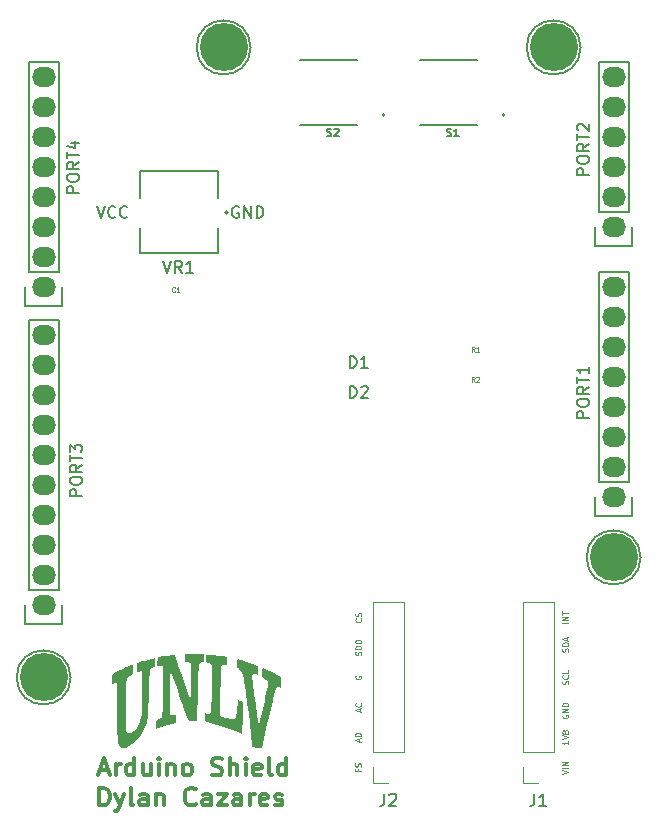
<source format=gbr>
G04 #@! TF.GenerationSoftware,KiCad,Pcbnew,(6.0.5)*
G04 #@! TF.CreationDate,2022-05-09T16:29:05-07:00*
G04 #@! TF.ProjectId,KiCad Project,4b694361-6420-4507-926f-6a6563742e6b,rev?*
G04 #@! TF.SameCoordinates,Original*
G04 #@! TF.FileFunction,Legend,Top*
G04 #@! TF.FilePolarity,Positive*
%FSLAX46Y46*%
G04 Gerber Fmt 4.6, Leading zero omitted, Abs format (unit mm)*
G04 Created by KiCad (PCBNEW (6.0.5)) date 2022-05-09 16:29:05*
%MOMM*%
%LPD*%
G01*
G04 APERTURE LIST*
%ADD10C,0.125000*%
%ADD11C,0.150000*%
%ADD12C,0.300000*%
%ADD13C,0.098425*%
%ADD14C,0.127000*%
%ADD15C,0.200000*%
%ADD16C,0.120000*%
%ADD17O,2.032000X1.727200*%
%ADD18C,4.064000*%
G04 APERTURE END LIST*
D10*
X159436571Y-120098333D02*
X159460380Y-120122142D01*
X159484190Y-120193571D01*
X159484190Y-120241190D01*
X159460380Y-120312619D01*
X159412761Y-120360238D01*
X159365142Y-120384047D01*
X159269904Y-120407857D01*
X159198476Y-120407857D01*
X159103238Y-120384047D01*
X159055619Y-120360238D01*
X159008000Y-120312619D01*
X158984190Y-120241190D01*
X158984190Y-120193571D01*
X159008000Y-120122142D01*
X159031809Y-120098333D01*
X159460380Y-119907857D02*
X159484190Y-119836428D01*
X159484190Y-119717380D01*
X159460380Y-119669761D01*
X159436571Y-119645952D01*
X159388952Y-119622142D01*
X159341333Y-119622142D01*
X159293714Y-119645952D01*
X159269904Y-119669761D01*
X159246095Y-119717380D01*
X159222285Y-119812619D01*
X159198476Y-119860238D01*
X159174666Y-119884047D01*
X159127047Y-119907857D01*
X159079428Y-119907857D01*
X159031809Y-119884047D01*
X159008000Y-119860238D01*
X158984190Y-119812619D01*
X158984190Y-119693571D01*
X159008000Y-119622142D01*
D11*
X149095995Y-85223622D02*
X149000494Y-85175871D01*
X148857244Y-85175871D01*
X148713993Y-85223622D01*
X148618492Y-85319122D01*
X148570742Y-85414623D01*
X148522992Y-85605624D01*
X148522992Y-85748875D01*
X148570742Y-85939876D01*
X148618492Y-86035376D01*
X148713993Y-86130877D01*
X148857244Y-86178627D01*
X148952744Y-86178627D01*
X149095995Y-86130877D01*
X149143745Y-86083127D01*
X149143745Y-85748875D01*
X148952744Y-85748875D01*
X149573498Y-86178627D02*
X149573498Y-85175871D01*
X150146501Y-86178627D01*
X150146501Y-85175871D01*
X150624004Y-86178627D02*
X150624004Y-85175871D01*
X150862756Y-85175871D01*
X151006006Y-85223622D01*
X151101507Y-85319122D01*
X151149257Y-85414623D01*
X151197008Y-85605624D01*
X151197008Y-85748875D01*
X151149257Y-85939876D01*
X151101507Y-86035376D01*
X151006006Y-86130877D01*
X150862756Y-86178627D01*
X150624004Y-86178627D01*
D10*
X159197285Y-132881666D02*
X159197285Y-133048333D01*
X159459190Y-133048333D02*
X158959190Y-133048333D01*
X158959190Y-132810238D01*
X159435380Y-132643571D02*
X159459190Y-132572142D01*
X159459190Y-132453095D01*
X159435380Y-132405476D01*
X159411571Y-132381666D01*
X159363952Y-132357857D01*
X159316333Y-132357857D01*
X159268714Y-132381666D01*
X159244904Y-132405476D01*
X159221095Y-132453095D01*
X159197285Y-132548333D01*
X159173476Y-132595952D01*
X159149666Y-132619761D01*
X159102047Y-132643571D01*
X159054428Y-132643571D01*
X159006809Y-132619761D01*
X158983000Y-132595952D01*
X158959190Y-132548333D01*
X158959190Y-132429285D01*
X158983000Y-132357857D01*
X159460380Y-123185952D02*
X159484190Y-123114523D01*
X159484190Y-122995476D01*
X159460380Y-122947857D01*
X159436571Y-122924047D01*
X159388952Y-122900238D01*
X159341333Y-122900238D01*
X159293714Y-122924047D01*
X159269904Y-122947857D01*
X159246095Y-122995476D01*
X159222285Y-123090714D01*
X159198476Y-123138333D01*
X159174666Y-123162142D01*
X159127047Y-123185952D01*
X159079428Y-123185952D01*
X159031809Y-123162142D01*
X159008000Y-123138333D01*
X158984190Y-123090714D01*
X158984190Y-122971666D01*
X159008000Y-122900238D01*
X159484190Y-122685952D02*
X158984190Y-122685952D01*
X158984190Y-122566904D01*
X159008000Y-122495476D01*
X159055619Y-122447857D01*
X159103238Y-122424047D01*
X159198476Y-122400238D01*
X159269904Y-122400238D01*
X159365142Y-122424047D01*
X159412761Y-122447857D01*
X159460380Y-122495476D01*
X159484190Y-122566904D01*
X159484190Y-122685952D01*
X158984190Y-122090714D02*
X158984190Y-122043095D01*
X159008000Y-121995476D01*
X159031809Y-121971666D01*
X159079428Y-121947857D01*
X159174666Y-121924047D01*
X159293714Y-121924047D01*
X159388952Y-121947857D01*
X159436571Y-121971666D01*
X159460380Y-121995476D01*
X159484190Y-122043095D01*
X159484190Y-122090714D01*
X159460380Y-122138333D01*
X159436571Y-122162142D01*
X159388952Y-122185952D01*
X159293714Y-122209761D01*
X159174666Y-122209761D01*
X159079428Y-122185952D01*
X159031809Y-122162142D01*
X159008000Y-122138333D01*
X158984190Y-122090714D01*
X176534000Y-128269952D02*
X176510190Y-128317571D01*
X176510190Y-128389000D01*
X176534000Y-128460428D01*
X176581619Y-128508047D01*
X176629238Y-128531857D01*
X176724476Y-128555666D01*
X176795904Y-128555666D01*
X176891142Y-128531857D01*
X176938761Y-128508047D01*
X176986380Y-128460428D01*
X177010190Y-128389000D01*
X177010190Y-128341380D01*
X176986380Y-128269952D01*
X176962571Y-128246142D01*
X176795904Y-128246142D01*
X176795904Y-128341380D01*
X177010190Y-128031857D02*
X176510190Y-128031857D01*
X177010190Y-127746142D01*
X176510190Y-127746142D01*
X177010190Y-127508047D02*
X176510190Y-127508047D01*
X176510190Y-127389000D01*
X176534000Y-127317571D01*
X176581619Y-127269952D01*
X176629238Y-127246142D01*
X176724476Y-127222333D01*
X176795904Y-127222333D01*
X176891142Y-127246142D01*
X176938761Y-127269952D01*
X176986380Y-127317571D01*
X177010190Y-127389000D01*
X177010190Y-127508047D01*
X159341333Y-128004047D02*
X159341333Y-127765952D01*
X159484190Y-128051666D02*
X158984190Y-127885000D01*
X159484190Y-127718333D01*
X159436571Y-127265952D02*
X159460380Y-127289761D01*
X159484190Y-127361190D01*
X159484190Y-127408809D01*
X159460380Y-127480238D01*
X159412761Y-127527857D01*
X159365142Y-127551666D01*
X159269904Y-127575476D01*
X159198476Y-127575476D01*
X159103238Y-127551666D01*
X159055619Y-127527857D01*
X159008000Y-127480238D01*
X158984190Y-127408809D01*
X158984190Y-127361190D01*
X159008000Y-127289761D01*
X159031809Y-127265952D01*
X159008000Y-124964047D02*
X158984190Y-125011666D01*
X158984190Y-125083095D01*
X159008000Y-125154523D01*
X159055619Y-125202142D01*
X159103238Y-125225952D01*
X159198476Y-125249761D01*
X159269904Y-125249761D01*
X159365142Y-125225952D01*
X159412761Y-125202142D01*
X159460380Y-125154523D01*
X159484190Y-125083095D01*
X159484190Y-125035476D01*
X159460380Y-124964047D01*
X159436571Y-124940238D01*
X159269904Y-124940238D01*
X159269904Y-125035476D01*
D11*
X137092992Y-85175871D02*
X137427244Y-86178627D01*
X137761496Y-85175871D01*
X138668751Y-86083127D02*
X138621001Y-86130877D01*
X138477750Y-86178627D01*
X138382249Y-86178627D01*
X138238998Y-86130877D01*
X138143498Y-86035376D01*
X138095748Y-85939876D01*
X138047997Y-85748875D01*
X138047997Y-85605624D01*
X138095748Y-85414623D01*
X138143498Y-85319122D01*
X138238998Y-85223622D01*
X138382249Y-85175871D01*
X138477750Y-85175871D01*
X138621001Y-85223622D01*
X138668751Y-85271372D01*
X139671507Y-86083127D02*
X139623757Y-86130877D01*
X139480506Y-86178627D01*
X139385005Y-86178627D01*
X139241754Y-86130877D01*
X139146254Y-86035376D01*
X139098504Y-85939876D01*
X139050753Y-85748875D01*
X139050753Y-85605624D01*
X139098504Y-85414623D01*
X139146254Y-85319122D01*
X139241754Y-85223622D01*
X139385005Y-85175871D01*
X139480506Y-85175871D01*
X139623757Y-85223622D01*
X139671507Y-85271372D01*
D10*
X176510190Y-133262619D02*
X177010190Y-133095952D01*
X176510190Y-132929285D01*
X177010190Y-132762619D02*
X176510190Y-132762619D01*
X177010190Y-132524523D02*
X176510190Y-132524523D01*
X177010190Y-132238809D01*
X176510190Y-132238809D01*
X177010190Y-130484523D02*
X177010190Y-130770238D01*
X177010190Y-130627380D02*
X176510190Y-130627380D01*
X176581619Y-130675000D01*
X176629238Y-130722619D01*
X176653047Y-130770238D01*
X176510190Y-130341666D02*
X177010190Y-130175000D01*
X176510190Y-130008333D01*
X176724476Y-129770238D02*
X176700666Y-129817857D01*
X176676857Y-129841666D01*
X176629238Y-129865476D01*
X176605428Y-129865476D01*
X176557809Y-129841666D01*
X176534000Y-129817857D01*
X176510190Y-129770238D01*
X176510190Y-129675000D01*
X176534000Y-129627380D01*
X176557809Y-129603571D01*
X176605428Y-129579761D01*
X176629238Y-129579761D01*
X176676857Y-129603571D01*
X176700666Y-129627380D01*
X176724476Y-129675000D01*
X176724476Y-129770238D01*
X176748285Y-129817857D01*
X176772095Y-129841666D01*
X176819714Y-129865476D01*
X176914952Y-129865476D01*
X176962571Y-129841666D01*
X176986380Y-129817857D01*
X177010190Y-129770238D01*
X177010190Y-129675000D01*
X176986380Y-129627380D01*
X176962571Y-129603571D01*
X176914952Y-129579761D01*
X176819714Y-129579761D01*
X176772095Y-129603571D01*
X176748285Y-129627380D01*
X176724476Y-129675000D01*
X176986380Y-125690238D02*
X177010190Y-125618809D01*
X177010190Y-125499761D01*
X176986380Y-125452142D01*
X176962571Y-125428333D01*
X176914952Y-125404523D01*
X176867333Y-125404523D01*
X176819714Y-125428333D01*
X176795904Y-125452142D01*
X176772095Y-125499761D01*
X176748285Y-125595000D01*
X176724476Y-125642619D01*
X176700666Y-125666428D01*
X176653047Y-125690238D01*
X176605428Y-125690238D01*
X176557809Y-125666428D01*
X176534000Y-125642619D01*
X176510190Y-125595000D01*
X176510190Y-125475952D01*
X176534000Y-125404523D01*
X176962571Y-124904523D02*
X176986380Y-124928333D01*
X177010190Y-124999761D01*
X177010190Y-125047380D01*
X176986380Y-125118809D01*
X176938761Y-125166428D01*
X176891142Y-125190238D01*
X176795904Y-125214047D01*
X176724476Y-125214047D01*
X176629238Y-125190238D01*
X176581619Y-125166428D01*
X176534000Y-125118809D01*
X176510190Y-125047380D01*
X176510190Y-124999761D01*
X176534000Y-124928333D01*
X176557809Y-124904523D01*
X177010190Y-124452142D02*
X177010190Y-124690238D01*
X176510190Y-124690238D01*
X176986380Y-122908142D02*
X177010190Y-122836714D01*
X177010190Y-122717666D01*
X176986380Y-122670047D01*
X176962571Y-122646238D01*
X176914952Y-122622428D01*
X176867333Y-122622428D01*
X176819714Y-122646238D01*
X176795904Y-122670047D01*
X176772095Y-122717666D01*
X176748285Y-122812904D01*
X176724476Y-122860523D01*
X176700666Y-122884333D01*
X176653047Y-122908142D01*
X176605428Y-122908142D01*
X176557809Y-122884333D01*
X176534000Y-122860523D01*
X176510190Y-122812904D01*
X176510190Y-122693857D01*
X176534000Y-122622428D01*
X177010190Y-122408142D02*
X176510190Y-122408142D01*
X176510190Y-122289095D01*
X176534000Y-122217666D01*
X176581619Y-122170047D01*
X176629238Y-122146238D01*
X176724476Y-122122428D01*
X176795904Y-122122428D01*
X176891142Y-122146238D01*
X176938761Y-122170047D01*
X176986380Y-122217666D01*
X177010190Y-122289095D01*
X177010190Y-122408142D01*
X176867333Y-121931952D02*
X176867333Y-121693857D01*
X177010190Y-121979571D02*
X176510190Y-121812904D01*
X177010190Y-121646238D01*
X159316333Y-130544047D02*
X159316333Y-130305952D01*
X159459190Y-130591666D02*
X158959190Y-130425000D01*
X159459190Y-130258333D01*
X159459190Y-130091666D02*
X158959190Y-130091666D01*
X158959190Y-129972619D01*
X158983000Y-129901190D01*
X159030619Y-129853571D01*
X159078238Y-129829761D01*
X159173476Y-129805952D01*
X159244904Y-129805952D01*
X159340142Y-129829761D01*
X159387761Y-129853571D01*
X159435380Y-129901190D01*
X159459190Y-129972619D01*
X159459190Y-130091666D01*
D12*
X137359428Y-132965000D02*
X138073714Y-132965000D01*
X137216571Y-133393571D02*
X137716571Y-131893571D01*
X138216571Y-133393571D01*
X138716571Y-133393571D02*
X138716571Y-132393571D01*
X138716571Y-132679285D02*
X138788000Y-132536428D01*
X138859428Y-132465000D01*
X139002285Y-132393571D01*
X139145142Y-132393571D01*
X140288000Y-133393571D02*
X140288000Y-131893571D01*
X140288000Y-133322142D02*
X140145142Y-133393571D01*
X139859428Y-133393571D01*
X139716571Y-133322142D01*
X139645142Y-133250714D01*
X139573714Y-133107857D01*
X139573714Y-132679285D01*
X139645142Y-132536428D01*
X139716571Y-132465000D01*
X139859428Y-132393571D01*
X140145142Y-132393571D01*
X140288000Y-132465000D01*
X141645142Y-132393571D02*
X141645142Y-133393571D01*
X141002285Y-132393571D02*
X141002285Y-133179285D01*
X141073714Y-133322142D01*
X141216571Y-133393571D01*
X141430857Y-133393571D01*
X141573714Y-133322142D01*
X141645142Y-133250714D01*
X142359428Y-133393571D02*
X142359428Y-132393571D01*
X142359428Y-131893571D02*
X142288000Y-131965000D01*
X142359428Y-132036428D01*
X142430857Y-131965000D01*
X142359428Y-131893571D01*
X142359428Y-132036428D01*
X143073714Y-132393571D02*
X143073714Y-133393571D01*
X143073714Y-132536428D02*
X143145142Y-132465000D01*
X143288000Y-132393571D01*
X143502285Y-132393571D01*
X143645142Y-132465000D01*
X143716571Y-132607857D01*
X143716571Y-133393571D01*
X144645142Y-133393571D02*
X144502285Y-133322142D01*
X144430857Y-133250714D01*
X144359428Y-133107857D01*
X144359428Y-132679285D01*
X144430857Y-132536428D01*
X144502285Y-132465000D01*
X144645142Y-132393571D01*
X144859428Y-132393571D01*
X145002285Y-132465000D01*
X145073714Y-132536428D01*
X145145142Y-132679285D01*
X145145142Y-133107857D01*
X145073714Y-133250714D01*
X145002285Y-133322142D01*
X144859428Y-133393571D01*
X144645142Y-133393571D01*
X146859428Y-133322142D02*
X147073714Y-133393571D01*
X147430857Y-133393571D01*
X147573714Y-133322142D01*
X147645142Y-133250714D01*
X147716571Y-133107857D01*
X147716571Y-132965000D01*
X147645142Y-132822142D01*
X147573714Y-132750714D01*
X147430857Y-132679285D01*
X147145142Y-132607857D01*
X147002285Y-132536428D01*
X146930857Y-132465000D01*
X146859428Y-132322142D01*
X146859428Y-132179285D01*
X146930857Y-132036428D01*
X147002285Y-131965000D01*
X147145142Y-131893571D01*
X147502285Y-131893571D01*
X147716571Y-131965000D01*
X148359428Y-133393571D02*
X148359428Y-131893571D01*
X149002285Y-133393571D02*
X149002285Y-132607857D01*
X148930857Y-132465000D01*
X148788000Y-132393571D01*
X148573714Y-132393571D01*
X148430857Y-132465000D01*
X148359428Y-132536428D01*
X149716571Y-133393571D02*
X149716571Y-132393571D01*
X149716571Y-131893571D02*
X149645142Y-131965000D01*
X149716571Y-132036428D01*
X149788000Y-131965000D01*
X149716571Y-131893571D01*
X149716571Y-132036428D01*
X151002285Y-133322142D02*
X150859428Y-133393571D01*
X150573714Y-133393571D01*
X150430857Y-133322142D01*
X150359428Y-133179285D01*
X150359428Y-132607857D01*
X150430857Y-132465000D01*
X150573714Y-132393571D01*
X150859428Y-132393571D01*
X151002285Y-132465000D01*
X151073714Y-132607857D01*
X151073714Y-132750714D01*
X150359428Y-132893571D01*
X151930857Y-133393571D02*
X151788000Y-133322142D01*
X151716571Y-133179285D01*
X151716571Y-131893571D01*
X153145142Y-133393571D02*
X153145142Y-131893571D01*
X153145142Y-133322142D02*
X153002285Y-133393571D01*
X152716571Y-133393571D01*
X152573714Y-133322142D01*
X152502285Y-133250714D01*
X152430857Y-133107857D01*
X152430857Y-132679285D01*
X152502285Y-132536428D01*
X152573714Y-132465000D01*
X152716571Y-132393571D01*
X153002285Y-132393571D01*
X153145142Y-132465000D01*
X137319714Y-135933571D02*
X137319714Y-134433571D01*
X137676857Y-134433571D01*
X137891142Y-134505000D01*
X138034000Y-134647857D01*
X138105428Y-134790714D01*
X138176857Y-135076428D01*
X138176857Y-135290714D01*
X138105428Y-135576428D01*
X138034000Y-135719285D01*
X137891142Y-135862142D01*
X137676857Y-135933571D01*
X137319714Y-135933571D01*
X138676857Y-134933571D02*
X139034000Y-135933571D01*
X139391142Y-134933571D02*
X139034000Y-135933571D01*
X138891142Y-136290714D01*
X138819714Y-136362142D01*
X138676857Y-136433571D01*
X140176857Y-135933571D02*
X140034000Y-135862142D01*
X139962571Y-135719285D01*
X139962571Y-134433571D01*
X141391142Y-135933571D02*
X141391142Y-135147857D01*
X141319714Y-135005000D01*
X141176857Y-134933571D01*
X140891142Y-134933571D01*
X140748285Y-135005000D01*
X141391142Y-135862142D02*
X141248285Y-135933571D01*
X140891142Y-135933571D01*
X140748285Y-135862142D01*
X140676857Y-135719285D01*
X140676857Y-135576428D01*
X140748285Y-135433571D01*
X140891142Y-135362142D01*
X141248285Y-135362142D01*
X141391142Y-135290714D01*
X142105428Y-134933571D02*
X142105428Y-135933571D01*
X142105428Y-135076428D02*
X142176857Y-135005000D01*
X142319714Y-134933571D01*
X142534000Y-134933571D01*
X142676857Y-135005000D01*
X142748285Y-135147857D01*
X142748285Y-135933571D01*
X145462571Y-135790714D02*
X145391142Y-135862142D01*
X145176857Y-135933571D01*
X145034000Y-135933571D01*
X144819714Y-135862142D01*
X144676857Y-135719285D01*
X144605428Y-135576428D01*
X144534000Y-135290714D01*
X144534000Y-135076428D01*
X144605428Y-134790714D01*
X144676857Y-134647857D01*
X144819714Y-134505000D01*
X145034000Y-134433571D01*
X145176857Y-134433571D01*
X145391142Y-134505000D01*
X145462571Y-134576428D01*
X146748285Y-135933571D02*
X146748285Y-135147857D01*
X146676857Y-135005000D01*
X146534000Y-134933571D01*
X146248285Y-134933571D01*
X146105428Y-135005000D01*
X146748285Y-135862142D02*
X146605428Y-135933571D01*
X146248285Y-135933571D01*
X146105428Y-135862142D01*
X146034000Y-135719285D01*
X146034000Y-135576428D01*
X146105428Y-135433571D01*
X146248285Y-135362142D01*
X146605428Y-135362142D01*
X146748285Y-135290714D01*
X147319714Y-134933571D02*
X148105428Y-134933571D01*
X147319714Y-135933571D01*
X148105428Y-135933571D01*
X149319714Y-135933571D02*
X149319714Y-135147857D01*
X149248285Y-135005000D01*
X149105428Y-134933571D01*
X148819714Y-134933571D01*
X148676857Y-135005000D01*
X149319714Y-135862142D02*
X149176857Y-135933571D01*
X148819714Y-135933571D01*
X148676857Y-135862142D01*
X148605428Y-135719285D01*
X148605428Y-135576428D01*
X148676857Y-135433571D01*
X148819714Y-135362142D01*
X149176857Y-135362142D01*
X149319714Y-135290714D01*
X150034000Y-135933571D02*
X150034000Y-134933571D01*
X150034000Y-135219285D02*
X150105428Y-135076428D01*
X150176857Y-135005000D01*
X150319714Y-134933571D01*
X150462571Y-134933571D01*
X151534000Y-135862142D02*
X151391142Y-135933571D01*
X151105428Y-135933571D01*
X150962571Y-135862142D01*
X150891142Y-135719285D01*
X150891142Y-135147857D01*
X150962571Y-135005000D01*
X151105428Y-134933571D01*
X151391142Y-134933571D01*
X151534000Y-135005000D01*
X151605428Y-135147857D01*
X151605428Y-135290714D01*
X150891142Y-135433571D01*
X152176857Y-135862142D02*
X152319714Y-135933571D01*
X152605428Y-135933571D01*
X152748285Y-135862142D01*
X152819714Y-135719285D01*
X152819714Y-135647857D01*
X152748285Y-135505000D01*
X152605428Y-135433571D01*
X152391142Y-135433571D01*
X152248285Y-135362142D01*
X152176857Y-135219285D01*
X152176857Y-135147857D01*
X152248285Y-135005000D01*
X152391142Y-134933571D01*
X152605428Y-134933571D01*
X152748285Y-135005000D01*
D10*
X177010190Y-120467380D02*
X176510190Y-120467380D01*
X177010190Y-120229285D02*
X176510190Y-120229285D01*
X177010190Y-119943571D01*
X176510190Y-119943571D01*
X176510190Y-119776904D02*
X176510190Y-119491190D01*
X177010190Y-119634047D02*
X176510190Y-119634047D01*
D11*
G04 #@! TO.C,PORT1*
X178760380Y-103107857D02*
X177760380Y-103107857D01*
X177760380Y-102726904D01*
X177808000Y-102631666D01*
X177855619Y-102584047D01*
X177950857Y-102536428D01*
X178093714Y-102536428D01*
X178188952Y-102584047D01*
X178236571Y-102631666D01*
X178284190Y-102726904D01*
X178284190Y-103107857D01*
X177760380Y-101917380D02*
X177760380Y-101726904D01*
X177808000Y-101631666D01*
X177903238Y-101536428D01*
X178093714Y-101488809D01*
X178427047Y-101488809D01*
X178617523Y-101536428D01*
X178712761Y-101631666D01*
X178760380Y-101726904D01*
X178760380Y-101917380D01*
X178712761Y-102012619D01*
X178617523Y-102107857D01*
X178427047Y-102155476D01*
X178093714Y-102155476D01*
X177903238Y-102107857D01*
X177808000Y-102012619D01*
X177760380Y-101917380D01*
X178760380Y-100488809D02*
X178284190Y-100822142D01*
X178760380Y-101060238D02*
X177760380Y-101060238D01*
X177760380Y-100679285D01*
X177808000Y-100584047D01*
X177855619Y-100536428D01*
X177950857Y-100488809D01*
X178093714Y-100488809D01*
X178188952Y-100536428D01*
X178236571Y-100584047D01*
X178284190Y-100679285D01*
X178284190Y-101060238D01*
X177760380Y-100203095D02*
X177760380Y-99631666D01*
X178760380Y-99917380D02*
X177760380Y-99917380D01*
X178760380Y-98774523D02*
X178760380Y-99345952D01*
X178760380Y-99060238D02*
X177760380Y-99060238D01*
X177903238Y-99155476D01*
X177998476Y-99250714D01*
X178046095Y-99345952D01*
G04 #@! TO.C,PORT2*
X178760380Y-82533857D02*
X177760380Y-82533857D01*
X177760380Y-82152904D01*
X177808000Y-82057666D01*
X177855619Y-82010047D01*
X177950857Y-81962428D01*
X178093714Y-81962428D01*
X178188952Y-82010047D01*
X178236571Y-82057666D01*
X178284190Y-82152904D01*
X178284190Y-82533857D01*
X177760380Y-81343380D02*
X177760380Y-81152904D01*
X177808000Y-81057666D01*
X177903238Y-80962428D01*
X178093714Y-80914809D01*
X178427047Y-80914809D01*
X178617523Y-80962428D01*
X178712761Y-81057666D01*
X178760380Y-81152904D01*
X178760380Y-81343380D01*
X178712761Y-81438619D01*
X178617523Y-81533857D01*
X178427047Y-81581476D01*
X178093714Y-81581476D01*
X177903238Y-81533857D01*
X177808000Y-81438619D01*
X177760380Y-81343380D01*
X178760380Y-79914809D02*
X178284190Y-80248142D01*
X178760380Y-80486238D02*
X177760380Y-80486238D01*
X177760380Y-80105285D01*
X177808000Y-80010047D01*
X177855619Y-79962428D01*
X177950857Y-79914809D01*
X178093714Y-79914809D01*
X178188952Y-79962428D01*
X178236571Y-80010047D01*
X178284190Y-80105285D01*
X178284190Y-80486238D01*
X177760380Y-79629095D02*
X177760380Y-79057666D01*
X178760380Y-79343380D02*
X177760380Y-79343380D01*
X177855619Y-78771952D02*
X177808000Y-78724333D01*
X177760380Y-78629095D01*
X177760380Y-78391000D01*
X177808000Y-78295761D01*
X177855619Y-78248142D01*
X177950857Y-78200523D01*
X178046095Y-78200523D01*
X178188952Y-78248142D01*
X178760380Y-78819571D01*
X178760380Y-78200523D01*
G04 #@! TO.C,PORT3*
X135834380Y-109711857D02*
X134834380Y-109711857D01*
X134834380Y-109330904D01*
X134882000Y-109235666D01*
X134929619Y-109188047D01*
X135024857Y-109140428D01*
X135167714Y-109140428D01*
X135262952Y-109188047D01*
X135310571Y-109235666D01*
X135358190Y-109330904D01*
X135358190Y-109711857D01*
X134834380Y-108521380D02*
X134834380Y-108330904D01*
X134882000Y-108235666D01*
X134977238Y-108140428D01*
X135167714Y-108092809D01*
X135501047Y-108092809D01*
X135691523Y-108140428D01*
X135786761Y-108235666D01*
X135834380Y-108330904D01*
X135834380Y-108521380D01*
X135786761Y-108616619D01*
X135691523Y-108711857D01*
X135501047Y-108759476D01*
X135167714Y-108759476D01*
X134977238Y-108711857D01*
X134882000Y-108616619D01*
X134834380Y-108521380D01*
X135834380Y-107092809D02*
X135358190Y-107426142D01*
X135834380Y-107664238D02*
X134834380Y-107664238D01*
X134834380Y-107283285D01*
X134882000Y-107188047D01*
X134929619Y-107140428D01*
X135024857Y-107092809D01*
X135167714Y-107092809D01*
X135262952Y-107140428D01*
X135310571Y-107188047D01*
X135358190Y-107283285D01*
X135358190Y-107664238D01*
X134834380Y-106807095D02*
X134834380Y-106235666D01*
X135834380Y-106521380D02*
X134834380Y-106521380D01*
X134834380Y-105997571D02*
X134834380Y-105378523D01*
X135215333Y-105711857D01*
X135215333Y-105569000D01*
X135262952Y-105473761D01*
X135310571Y-105426142D01*
X135405809Y-105378523D01*
X135643904Y-105378523D01*
X135739142Y-105426142D01*
X135786761Y-105473761D01*
X135834380Y-105569000D01*
X135834380Y-105854714D01*
X135786761Y-105949952D01*
X135739142Y-105997571D01*
G04 #@! TO.C,PORT4*
X135580380Y-84057857D02*
X134580380Y-84057857D01*
X134580380Y-83676904D01*
X134628000Y-83581666D01*
X134675619Y-83534047D01*
X134770857Y-83486428D01*
X134913714Y-83486428D01*
X135008952Y-83534047D01*
X135056571Y-83581666D01*
X135104190Y-83676904D01*
X135104190Y-84057857D01*
X134580380Y-82867380D02*
X134580380Y-82676904D01*
X134628000Y-82581666D01*
X134723238Y-82486428D01*
X134913714Y-82438809D01*
X135247047Y-82438809D01*
X135437523Y-82486428D01*
X135532761Y-82581666D01*
X135580380Y-82676904D01*
X135580380Y-82867380D01*
X135532761Y-82962619D01*
X135437523Y-83057857D01*
X135247047Y-83105476D01*
X134913714Y-83105476D01*
X134723238Y-83057857D01*
X134628000Y-82962619D01*
X134580380Y-82867380D01*
X135580380Y-81438809D02*
X135104190Y-81772142D01*
X135580380Y-82010238D02*
X134580380Y-82010238D01*
X134580380Y-81629285D01*
X134628000Y-81534047D01*
X134675619Y-81486428D01*
X134770857Y-81438809D01*
X134913714Y-81438809D01*
X135008952Y-81486428D01*
X135056571Y-81534047D01*
X135104190Y-81629285D01*
X135104190Y-82010238D01*
X134580380Y-81153095D02*
X134580380Y-80581666D01*
X135580380Y-80867380D02*
X134580380Y-80867380D01*
X134913714Y-79819761D02*
X135580380Y-79819761D01*
X134532761Y-80057857D02*
X135247047Y-80295952D01*
X135247047Y-79676904D01*
G04 #@! TO.C,VR1*
X142704867Y-89823661D02*
X143039119Y-90826417D01*
X143373371Y-89823661D01*
X144280626Y-90826417D02*
X143946374Y-90348914D01*
X143707623Y-90826417D02*
X143707623Y-89823661D01*
X144089625Y-89823661D01*
X144185126Y-89871412D01*
X144232876Y-89919162D01*
X144280626Y-90014662D01*
X144280626Y-90157913D01*
X144232876Y-90253414D01*
X144185126Y-90301164D01*
X144089625Y-90348914D01*
X143707623Y-90348914D01*
X145235632Y-90826417D02*
X144662628Y-90826417D01*
X144949130Y-90826417D02*
X144949130Y-89823661D01*
X144853630Y-89966912D01*
X144758129Y-90062413D01*
X144662628Y-90110163D01*
D13*
G04 #@! TO.C,C1*
X143712383Y-92415607D02*
X143693635Y-92434355D01*
X143637392Y-92453102D01*
X143599897Y-92453102D01*
X143543654Y-92434355D01*
X143506158Y-92396859D01*
X143487411Y-92359364D01*
X143468663Y-92284373D01*
X143468663Y-92228130D01*
X143487411Y-92153140D01*
X143506158Y-92115644D01*
X143543654Y-92078149D01*
X143599897Y-92059401D01*
X143637392Y-92059401D01*
X143693635Y-92078149D01*
X143712383Y-92096897D01*
X144087336Y-92453102D02*
X143862364Y-92453102D01*
X143974850Y-92453102D02*
X143974850Y-92059401D01*
X143937355Y-92115644D01*
X143899859Y-92153140D01*
X143862364Y-92171887D01*
G04 #@! TO.C,R1*
X169092383Y-97503102D02*
X168961149Y-97315626D01*
X168867411Y-97503102D02*
X168867411Y-97109401D01*
X169017392Y-97109401D01*
X169054887Y-97128149D01*
X169073635Y-97146897D01*
X169092383Y-97184392D01*
X169092383Y-97240635D01*
X169073635Y-97278130D01*
X169054887Y-97296878D01*
X169017392Y-97315626D01*
X168867411Y-97315626D01*
X169467336Y-97503102D02*
X169242364Y-97503102D01*
X169354850Y-97503102D02*
X169354850Y-97109401D01*
X169317355Y-97165644D01*
X169279859Y-97203140D01*
X169242364Y-97221887D01*
D11*
G04 #@! TO.C,D2*
X158518085Y-101418496D02*
X158518085Y-100416031D01*
X158756767Y-100416031D01*
X158899976Y-100463767D01*
X158995449Y-100559240D01*
X159043186Y-100654713D01*
X159090922Y-100845658D01*
X159090922Y-100988868D01*
X159043186Y-101179813D01*
X158995449Y-101275286D01*
X158899976Y-101370759D01*
X158756767Y-101418496D01*
X158518085Y-101418496D01*
X159472813Y-100511503D02*
X159520550Y-100463767D01*
X159616023Y-100416031D01*
X159854705Y-100416031D01*
X159950178Y-100463767D01*
X159997914Y-100511503D01*
X160045651Y-100606976D01*
X160045651Y-100702449D01*
X159997914Y-100845658D01*
X159425077Y-101418496D01*
X160045651Y-101418496D01*
G04 #@! TO.C,J2*
X161439666Y-134937380D02*
X161439666Y-135651666D01*
X161392047Y-135794523D01*
X161296809Y-135889761D01*
X161153952Y-135937380D01*
X161058714Y-135937380D01*
X161868238Y-135032619D02*
X161915857Y-134985000D01*
X162011095Y-134937380D01*
X162249190Y-134937380D01*
X162344428Y-134985000D01*
X162392047Y-135032619D01*
X162439666Y-135127857D01*
X162439666Y-135223095D01*
X162392047Y-135365952D01*
X161820619Y-135937380D01*
X162439666Y-135937380D01*
G04 #@! TO.C,D1*
X158518085Y-98878496D02*
X158518085Y-97876031D01*
X158756767Y-97876031D01*
X158899976Y-97923767D01*
X158995449Y-98019240D01*
X159043186Y-98114713D01*
X159090922Y-98305658D01*
X159090922Y-98448868D01*
X159043186Y-98639813D01*
X158995449Y-98735286D01*
X158899976Y-98830759D01*
X158756767Y-98878496D01*
X158518085Y-98878496D01*
X160045651Y-98878496D02*
X159472813Y-98878496D01*
X159759232Y-98878496D02*
X159759232Y-97876031D01*
X159663759Y-98019240D01*
X159568286Y-98114713D01*
X159472813Y-98162449D01*
D13*
G04 #@! TO.C,R2*
X169092383Y-100043102D02*
X168961149Y-99855626D01*
X168867411Y-100043102D02*
X168867411Y-99649401D01*
X169017392Y-99649401D01*
X169054887Y-99668149D01*
X169073635Y-99686897D01*
X169092383Y-99724392D01*
X169092383Y-99780635D01*
X169073635Y-99818130D01*
X169054887Y-99836878D01*
X169017392Y-99855626D01*
X168867411Y-99855626D01*
X169242364Y-99686897D02*
X169261112Y-99668149D01*
X169298607Y-99649401D01*
X169392345Y-99649401D01*
X169429841Y-99668149D01*
X169448588Y-99686897D01*
X169467336Y-99724392D01*
X169467336Y-99761887D01*
X169448588Y-99818130D01*
X169223616Y-100043102D01*
X169467336Y-100043102D01*
D11*
G04 #@! TO.C,S2*
X156598380Y-79230447D02*
X156689809Y-79260923D01*
X156842190Y-79260923D01*
X156903142Y-79230447D01*
X156933619Y-79199971D01*
X156964095Y-79139019D01*
X156964095Y-79078066D01*
X156933619Y-79017114D01*
X156903142Y-78986638D01*
X156842190Y-78956161D01*
X156720285Y-78925685D01*
X156659333Y-78895209D01*
X156628857Y-78864733D01*
X156598380Y-78803780D01*
X156598380Y-78742828D01*
X156628857Y-78681876D01*
X156659333Y-78651400D01*
X156720285Y-78620923D01*
X156872666Y-78620923D01*
X156964095Y-78651400D01*
X157207904Y-78681876D02*
X157238380Y-78651400D01*
X157299333Y-78620923D01*
X157451714Y-78620923D01*
X157512666Y-78651400D01*
X157543142Y-78681876D01*
X157573619Y-78742828D01*
X157573619Y-78803780D01*
X157543142Y-78895209D01*
X157177428Y-79260923D01*
X157573619Y-79260923D01*
G04 #@! TO.C,J1*
X174139666Y-134937380D02*
X174139666Y-135651666D01*
X174092047Y-135794523D01*
X173996809Y-135889761D01*
X173853952Y-135937380D01*
X173758714Y-135937380D01*
X175139666Y-135937380D02*
X174568238Y-135937380D01*
X174853952Y-135937380D02*
X174853952Y-134937380D01*
X174758714Y-135080238D01*
X174663476Y-135175476D01*
X174568238Y-135223095D01*
G04 #@! TO.C,S1*
X166758380Y-79230447D02*
X166849809Y-79260923D01*
X167002190Y-79260923D01*
X167063142Y-79230447D01*
X167093619Y-79199971D01*
X167124095Y-79139019D01*
X167124095Y-79078066D01*
X167093619Y-79017114D01*
X167063142Y-78986638D01*
X167002190Y-78956161D01*
X166880285Y-78925685D01*
X166819333Y-78895209D01*
X166788857Y-78864733D01*
X166758380Y-78803780D01*
X166758380Y-78742828D01*
X166788857Y-78681876D01*
X166819333Y-78651400D01*
X166880285Y-78620923D01*
X167032666Y-78620923D01*
X167124095Y-78651400D01*
X167733619Y-79260923D02*
X167367904Y-79260923D01*
X167550761Y-79260923D02*
X167550761Y-78620923D01*
X167489809Y-78712352D01*
X167428857Y-78773304D01*
X167367904Y-78803780D01*
G04 #@! TO.C,PORT1*
X182118000Y-90805000D02*
X179578000Y-90805000D01*
X182118000Y-108585000D02*
X182118000Y-90805000D01*
X179578000Y-90805000D02*
X179578000Y-108585000D01*
X179298000Y-109855000D02*
X179298000Y-111405000D01*
X179298000Y-111405000D02*
X182398000Y-111405000D01*
X182398000Y-111405000D02*
X182398000Y-109855000D01*
X182118000Y-108585000D02*
X179578000Y-108585000D01*
G04 #@! TO.C,PORT2*
X182118000Y-85725000D02*
X179578000Y-85725000D01*
X179298000Y-86995000D02*
X179298000Y-88545000D01*
X179578000Y-73025000D02*
X179578000Y-85725000D01*
X182118000Y-85725000D02*
X182118000Y-73025000D01*
X182118000Y-73025000D02*
X179578000Y-73025000D01*
X179298000Y-88545000D02*
X182398000Y-88545000D01*
X182398000Y-88545000D02*
X182398000Y-86995000D01*
G04 #@! TO.C,PORT3*
X131038000Y-120549000D02*
X134138000Y-120549000D01*
X133858000Y-117729000D02*
X133858000Y-94869000D01*
X133858000Y-94869000D02*
X131318000Y-94869000D01*
X131318000Y-94869000D02*
X131318000Y-117729000D01*
X131038000Y-118999000D02*
X131038000Y-120549000D01*
X134138000Y-120549000D02*
X134138000Y-118999000D01*
X133858000Y-117729000D02*
X131318000Y-117729000D01*
G04 #@! TO.C,PORT4*
X131318000Y-73025000D02*
X131318000Y-90805000D01*
X134138000Y-93625000D02*
X134138000Y-92075000D01*
X133858000Y-90805000D02*
X133858000Y-73025000D01*
X133858000Y-90805000D02*
X131318000Y-90805000D01*
X131038000Y-92075000D02*
X131038000Y-93625000D01*
X133858000Y-73025000D02*
X131318000Y-73025000D01*
X131038000Y-93625000D02*
X134138000Y-93625000D01*
G04 #@! TO.C,P5*
X183134000Y-114935000D02*
G75*
G03*
X183134000Y-114935000I-2286000J0D01*
G01*
G04 #@! TO.C,P6*
X178054000Y-71755000D02*
G75*
G03*
X178054000Y-71755000I-2286000J0D01*
G01*
G04 #@! TO.C,P7*
X134874000Y-125095000D02*
G75*
G03*
X134874000Y-125095000I-2286000J0D01*
G01*
G04 #@! TO.C,P8*
X150114000Y-71755000D02*
G75*
G03*
X150114000Y-71755000I-2286000J0D01*
G01*
D14*
G04 #@! TO.C,VR1*
X147318000Y-87030000D02*
X147318000Y-89195000D01*
X140718000Y-82195000D02*
X147318000Y-82195000D01*
X140718000Y-84490000D02*
X140718000Y-82205000D01*
X147318000Y-89195000D02*
X140718000Y-89195000D01*
X147318000Y-82205000D02*
X147318000Y-84490000D01*
X140718000Y-89195000D02*
X140718000Y-87030000D01*
D15*
X148182000Y-85725000D02*
G75*
G03*
X148182000Y-85725000I-100000J0D01*
G01*
D16*
G04 #@! TO.C,J2*
X160443000Y-134045000D02*
X160443000Y-132715000D01*
X163103000Y-118685000D02*
X160443000Y-118685000D01*
X161773000Y-134045000D02*
X160443000Y-134045000D01*
X163103000Y-131445000D02*
X163103000Y-118685000D01*
X163103000Y-131445000D02*
X160443000Y-131445000D01*
X160443000Y-131445000D02*
X160443000Y-118685000D01*
G04 #@! TO.C,G\u002A\u002A\u002A*
G36*
X146183047Y-123464500D02*
G01*
X146168233Y-123802000D01*
X145977918Y-123817663D01*
X145833288Y-123847791D01*
X145757812Y-123917239D01*
X145746404Y-123942663D01*
X145734968Y-124018997D01*
X145722602Y-124181883D01*
X145709918Y-124417887D01*
X145697524Y-124713574D01*
X145686032Y-125055508D01*
X145676050Y-125430254D01*
X145673336Y-125552000D01*
X145663689Y-125984666D01*
X145652858Y-126434147D01*
X145641468Y-126876819D01*
X145630148Y-127289059D01*
X145619522Y-127647241D01*
X145610693Y-127914500D01*
X145579918Y-128777000D01*
X145222794Y-128776420D01*
X144865669Y-128775840D01*
X144522093Y-127813920D01*
X144397530Y-127464738D01*
X144251044Y-127053398D01*
X144094067Y-126612039D01*
X143938029Y-126172802D01*
X143794358Y-125767827D01*
X143772845Y-125707124D01*
X143640375Y-125337364D01*
X143535909Y-125055775D01*
X143456489Y-124855420D01*
X143399155Y-124729364D01*
X143360946Y-124670673D01*
X143338903Y-124672411D01*
X143335397Y-124682124D01*
X143325128Y-124768349D01*
X143315020Y-124939436D01*
X143305306Y-125180245D01*
X143296219Y-125475638D01*
X143287992Y-125810477D01*
X143280857Y-126169621D01*
X143275049Y-126537934D01*
X143270800Y-126900275D01*
X143268343Y-127241506D01*
X143267912Y-127546489D01*
X143269739Y-127800085D01*
X143274058Y-127987155D01*
X143281101Y-128092560D01*
X143282743Y-128102000D01*
X143310037Y-128192711D01*
X143359406Y-128235350D01*
X143461301Y-128245958D01*
X143552137Y-128243904D01*
X143788549Y-128235809D01*
X143788549Y-128916044D01*
X143375235Y-129027345D01*
X143113225Y-129102485D01*
X142819953Y-129193493D01*
X142557916Y-129280959D01*
X142552618Y-129282822D01*
X142364910Y-129347835D01*
X142215200Y-129397616D01*
X142126994Y-129424434D01*
X142114255Y-129427000D01*
X142095695Y-129382790D01*
X142086121Y-129273181D01*
X142085747Y-129239500D01*
X142093953Y-128997149D01*
X142123468Y-128832063D01*
X142184185Y-128722156D01*
X142285995Y-128645343D01*
X142369190Y-128606666D01*
X142533830Y-128515841D01*
X142630461Y-128413907D01*
X142638042Y-128397376D01*
X142648496Y-128323258D01*
X142659779Y-128160389D01*
X142671480Y-127920009D01*
X142683188Y-127613358D01*
X142694490Y-127251678D01*
X142704977Y-126846209D01*
X142714236Y-126408192D01*
X142717540Y-126224283D01*
X142726597Y-125701161D01*
X142733476Y-125269503D01*
X142736985Y-124920776D01*
X142735929Y-124646450D01*
X142729114Y-124437993D01*
X142715345Y-124286872D01*
X142693429Y-124184556D01*
X142662171Y-124122514D01*
X142620377Y-124092213D01*
X142566853Y-124085123D01*
X142500404Y-124092711D01*
X142421070Y-124106250D01*
X142230909Y-124136562D01*
X142260541Y-123402000D01*
X142761527Y-123318464D01*
X143002325Y-123280326D01*
X143231778Y-123247465D01*
X143415218Y-123224701D01*
X143480794Y-123218464D01*
X143699075Y-123202000D01*
X143986269Y-124027000D01*
X144093914Y-124334352D01*
X144225035Y-124705798D01*
X144369003Y-125111402D01*
X144515189Y-125521231D01*
X144652965Y-125905349D01*
X144669763Y-125952000D01*
X145066064Y-127052000D01*
X145079330Y-125502487D01*
X145081859Y-125116704D01*
X145082705Y-124761925D01*
X145081955Y-124450836D01*
X145079693Y-124196118D01*
X145076008Y-124010457D01*
X145070984Y-123906535D01*
X145068377Y-123889987D01*
X145003882Y-123848566D01*
X144865523Y-123828109D01*
X144817143Y-123827000D01*
X144590127Y-123827000D01*
X144590127Y-123127000D01*
X146197860Y-123127000D01*
X146183047Y-123464500D01*
G37*
G36*
X146590731Y-123167506D02*
G01*
X146794423Y-123184969D01*
X147046117Y-123209756D01*
X147328670Y-123240196D01*
X147624939Y-123274621D01*
X147859062Y-123303747D01*
X148147129Y-123340768D01*
X148147129Y-124064716D01*
X147922871Y-124039488D01*
X147781612Y-124029389D01*
X147705876Y-124049059D01*
X147662498Y-124110997D01*
X147649811Y-124142369D01*
X147638358Y-124219146D01*
X147626139Y-124384544D01*
X147613594Y-124627192D01*
X147601163Y-124935717D01*
X147589287Y-125298749D01*
X147578405Y-125704915D01*
X147568957Y-126142844D01*
X147565903Y-126311238D01*
X147530798Y-128352000D01*
X147956678Y-128492966D01*
X148217457Y-128568365D01*
X148438940Y-128611297D01*
X148577960Y-128617966D01*
X148717592Y-128592289D01*
X148803071Y-128524417D01*
X148859083Y-128427000D01*
X148901631Y-128297979D01*
X148944738Y-128093520D01*
X148983797Y-127838047D01*
X149005256Y-127652000D01*
X149029482Y-127419047D01*
X149051029Y-127225618D01*
X149067583Y-127091565D01*
X149076833Y-127036741D01*
X149076941Y-127036570D01*
X149125252Y-127043971D01*
X149231695Y-127081417D01*
X149268933Y-127096519D01*
X149449693Y-127171897D01*
X149445979Y-128311948D01*
X149443426Y-128652586D01*
X149438347Y-128970986D01*
X149431234Y-129249625D01*
X149422576Y-129470982D01*
X149412865Y-129617535D01*
X149408405Y-129653681D01*
X149374545Y-129855363D01*
X148873559Y-129638394D01*
X148113600Y-129338387D01*
X147315355Y-129082227D01*
X146449761Y-128860607D01*
X146431251Y-128856393D01*
X146359183Y-128834991D01*
X146317989Y-128795951D01*
X146299045Y-128715428D01*
X146293726Y-128569573D01*
X146293480Y-128475456D01*
X146293480Y-128125818D01*
X146489094Y-128157036D01*
X146623889Y-128169044D01*
X146698926Y-128141773D01*
X146739886Y-128085355D01*
X146756842Y-128005873D01*
X146772693Y-127841288D01*
X146787260Y-127604783D01*
X146800364Y-127309537D01*
X146811826Y-126968731D01*
X146821467Y-126595548D01*
X146829107Y-126203168D01*
X146834567Y-125804772D01*
X146837669Y-125413540D01*
X146838232Y-125042655D01*
X146836077Y-124705298D01*
X146831025Y-124414648D01*
X146822898Y-124183888D01*
X146811515Y-124026198D01*
X146796698Y-123954760D01*
X146796063Y-123953921D01*
X146706628Y-123896000D01*
X146566924Y-123850846D01*
X146532093Y-123844304D01*
X146332831Y-123812503D01*
X146352981Y-123496671D01*
X146366761Y-123329991D01*
X146382725Y-123208364D01*
X146395929Y-123161231D01*
X146452185Y-123159036D01*
X146590731Y-123167506D01*
G37*
G36*
X149066136Y-123554240D02*
G01*
X149190914Y-123591004D01*
X149373987Y-123648372D01*
X149597153Y-123720306D01*
X149842211Y-123800766D01*
X150090960Y-123883714D01*
X150325201Y-123963113D01*
X150526732Y-124032923D01*
X150677352Y-124087106D01*
X150758861Y-124119624D01*
X150767530Y-124124608D01*
X150782661Y-124189435D01*
X150785751Y-124326115D01*
X150776395Y-124507180D01*
X150773619Y-124539507D01*
X150739387Y-124916530D01*
X150564629Y-124843655D01*
X150418388Y-124792659D01*
X150324004Y-124793342D01*
X150272847Y-124857224D01*
X150256288Y-124995825D01*
X150265696Y-125220665D01*
X150267164Y-125240746D01*
X150281723Y-125390192D01*
X150307739Y-125609566D01*
X150343333Y-125886139D01*
X150386625Y-126207180D01*
X150435736Y-126559957D01*
X150488784Y-126931740D01*
X150543891Y-127309798D01*
X150599175Y-127681399D01*
X150652758Y-128033813D01*
X150702759Y-128354309D01*
X150747297Y-128630156D01*
X150784494Y-128848623D01*
X150812469Y-128996979D01*
X150829342Y-129062493D01*
X150831794Y-129064286D01*
X150848098Y-129012169D01*
X150883287Y-128876742D01*
X150933998Y-128672196D01*
X150996868Y-128412723D01*
X151068535Y-128112517D01*
X151145635Y-127785770D01*
X151224806Y-127446674D01*
X151302685Y-127109423D01*
X151375909Y-126788208D01*
X151441116Y-126497223D01*
X151456014Y-126429758D01*
X151510946Y-126168231D01*
X151556638Y-125928058D01*
X151588889Y-125733028D01*
X151603498Y-125606927D01*
X151603933Y-125592258D01*
X151564336Y-125419173D01*
X151440068Y-125270807D01*
X151255907Y-125153375D01*
X151179885Y-125110112D01*
X151134447Y-125060903D01*
X151111725Y-124981171D01*
X151103849Y-124846342D01*
X151102947Y-124675715D01*
X151109353Y-124462349D01*
X151127549Y-124325631D01*
X151156007Y-124277002D01*
X151156262Y-124276999D01*
X151216768Y-124298625D01*
X151350398Y-124358478D01*
X151541188Y-124449024D01*
X151773171Y-124562730D01*
X151957840Y-124655263D01*
X152706103Y-125033527D01*
X152706103Y-125507022D01*
X152704979Y-125725858D01*
X152699075Y-125861219D01*
X152684595Y-125929629D01*
X152657743Y-125947609D01*
X152614722Y-125931680D01*
X152609199Y-125928759D01*
X152512683Y-125884022D01*
X152432448Y-125869375D01*
X152363720Y-125893908D01*
X152301726Y-125966712D01*
X152241690Y-126096877D01*
X152178838Y-126293496D01*
X152108397Y-126565658D01*
X152025592Y-126922456D01*
X151979931Y-127127000D01*
X151919570Y-127393757D01*
X151840210Y-127736121D01*
X151746934Y-128132632D01*
X151644825Y-128561828D01*
X151538964Y-129002247D01*
X151434434Y-129432428D01*
X151420468Y-129489500D01*
X151043890Y-131027000D01*
X150671057Y-131027000D01*
X150445534Y-131019038D01*
X150314838Y-130994717D01*
X150276251Y-130964500D01*
X150264586Y-130897497D01*
X150244878Y-130747109D01*
X150219030Y-130529457D01*
X150188944Y-130260662D01*
X150156525Y-129956843D01*
X150150828Y-129902000D01*
X150049080Y-128959670D01*
X149944312Y-128077590D01*
X149831593Y-127218629D01*
X149705996Y-126345652D01*
X149562590Y-125421528D01*
X149525324Y-125190158D01*
X149456931Y-124856661D01*
X149371677Y-124611141D01*
X149264063Y-124442219D01*
X149128591Y-124338518D01*
X149109471Y-124329595D01*
X148944595Y-124257190D01*
X148978222Y-123904595D01*
X148995531Y-123730267D01*
X149009585Y-123601743D01*
X149017549Y-123544824D01*
X149017852Y-123544118D01*
X149066136Y-123554240D01*
G37*
G36*
X142053926Y-123471228D02*
G01*
X142058950Y-123533171D01*
X142056380Y-123666083D01*
X142046773Y-123841261D01*
X142046701Y-123842306D01*
X142032164Y-124022602D01*
X142010648Y-124130121D01*
X141968273Y-124191849D01*
X141891161Y-124234774D01*
X141832553Y-124258692D01*
X141702621Y-124326648D01*
X141616675Y-124400897D01*
X141606241Y-124418385D01*
X141596859Y-124485361D01*
X141585217Y-124641124D01*
X141571847Y-124874496D01*
X141557278Y-125174302D01*
X141542044Y-125529367D01*
X141526676Y-125928514D01*
X141511705Y-126360569D01*
X141507147Y-126502000D01*
X141488382Y-127066859D01*
X141469818Y-127542730D01*
X141449848Y-127940608D01*
X141426864Y-128271488D01*
X141399262Y-128546365D01*
X141365433Y-128776235D01*
X141323772Y-128972092D01*
X141272671Y-129144931D01*
X141210524Y-129305749D01*
X141135724Y-129465541D01*
X141050266Y-129628651D01*
X140858177Y-129935690D01*
X140625343Y-130231912D01*
X140367120Y-130503493D01*
X140098863Y-130736607D01*
X139835925Y-130917431D01*
X139593661Y-131032139D01*
X139455396Y-131064601D01*
X139305790Y-131071642D01*
X139206282Y-131039593D01*
X139109605Y-130952953D01*
X139107288Y-130950463D01*
X139046752Y-130881262D01*
X138995669Y-130808990D01*
X138953238Y-130724939D01*
X138918660Y-130620403D01*
X138891136Y-130486673D01*
X138869865Y-130315043D01*
X138854049Y-130096805D01*
X138842887Y-129823252D01*
X138835580Y-129485677D01*
X138831328Y-129075371D01*
X138829331Y-128583629D01*
X138828790Y-128001742D01*
X138828785Y-127917924D01*
X138828630Y-127366873D01*
X138827952Y-126907508D01*
X138826438Y-126531516D01*
X138823771Y-126230585D01*
X138819638Y-125996401D01*
X138813722Y-125820651D01*
X138805710Y-125695022D01*
X138795285Y-125611201D01*
X138782133Y-125560874D01*
X138765938Y-125535728D01*
X138746385Y-125527451D01*
X138738164Y-125526999D01*
X138627187Y-125556231D01*
X138550294Y-125600409D01*
X138460893Y-125657962D01*
X138415472Y-125675409D01*
X138398387Y-125630033D01*
X138385365Y-125507680D01*
X138378477Y-125331355D01*
X138377898Y-125258122D01*
X138383824Y-125024271D01*
X138403213Y-124873977D01*
X138438478Y-124791404D01*
X138450991Y-124778701D01*
X138522225Y-124736607D01*
X138664414Y-124664870D01*
X138858938Y-124571874D01*
X139087180Y-124466003D01*
X139330524Y-124355642D01*
X139570351Y-124249174D01*
X139788045Y-124154985D01*
X139964987Y-124081458D01*
X140082560Y-124036978D01*
X140118825Y-124027602D01*
X140154016Y-124062753D01*
X140174302Y-124175855D01*
X140181398Y-124377130D01*
X140181448Y-124400983D01*
X140181448Y-124774967D01*
X139993578Y-124870663D01*
X139876417Y-124931783D01*
X139785779Y-124989820D01*
X139717810Y-125058053D01*
X139668656Y-125149759D01*
X139634465Y-125278218D01*
X139611381Y-125456707D01*
X139595552Y-125698505D01*
X139583124Y-126016891D01*
X139573597Y-126317795D01*
X139556476Y-126931130D01*
X139544412Y-127501266D01*
X139537380Y-128020548D01*
X139535351Y-128481319D01*
X139538299Y-128875925D01*
X139546196Y-129196709D01*
X139559016Y-129436015D01*
X139576731Y-129586188D01*
X139585271Y-129619840D01*
X139673283Y-129761443D01*
X139808585Y-129815834D01*
X139992220Y-129783222D01*
X140117804Y-129726375D01*
X140393732Y-129524489D01*
X140614497Y-129243161D01*
X140776258Y-128888832D01*
X140875176Y-128467947D01*
X140877465Y-128452000D01*
X140892236Y-128303181D01*
X140906180Y-128080747D01*
X140919089Y-127798317D01*
X140930751Y-127469509D01*
X140940959Y-127107941D01*
X140949503Y-126727230D01*
X140956173Y-126340995D01*
X140960759Y-125962854D01*
X140963053Y-125606425D01*
X140962845Y-125285327D01*
X140959925Y-125013177D01*
X140954083Y-124803593D01*
X140945111Y-124670193D01*
X140936276Y-124628445D01*
X140886368Y-124585126D01*
X140800048Y-124583053D01*
X140685157Y-124608998D01*
X140482040Y-124663106D01*
X140482040Y-123885036D01*
X140720008Y-123807687D01*
X140934289Y-123741369D01*
X141172841Y-123672883D01*
X141416260Y-123607124D01*
X141645144Y-123548986D01*
X141840090Y-123503363D01*
X141981694Y-123475148D01*
X142050554Y-123469237D01*
X142053926Y-123471228D01*
G37*
D14*
G04 #@! TO.C,S2*
X154268000Y-78285000D02*
X159168000Y-78285000D01*
X154268000Y-72845000D02*
X159168000Y-72845000D01*
D15*
X161468000Y-77465000D02*
G75*
G03*
X161468000Y-77465000I-100000J0D01*
G01*
D16*
G04 #@! TO.C,J1*
X175803000Y-118685000D02*
X173143000Y-118685000D01*
X175803000Y-131445000D02*
X175803000Y-118685000D01*
X173143000Y-131445000D02*
X173143000Y-118685000D01*
X173143000Y-134045000D02*
X173143000Y-132715000D01*
X174473000Y-134045000D02*
X173143000Y-134045000D01*
X175803000Y-131445000D02*
X173143000Y-131445000D01*
D14*
G04 #@! TO.C,S1*
X164428000Y-72845000D02*
X169328000Y-72845000D01*
X164428000Y-78285000D02*
X169328000Y-78285000D01*
D15*
X171628000Y-77465000D02*
G75*
G03*
X171628000Y-77465000I-100000J0D01*
G01*
G04 #@! TD*
D17*
G04 #@! TO.C,PORT1*
X180848000Y-109855000D03*
X180848000Y-107315000D03*
X180848000Y-104775000D03*
X180848000Y-102235000D03*
X180848000Y-99695000D03*
X180848000Y-97155000D03*
X180848000Y-94615000D03*
X180848000Y-92075000D03*
G04 #@! TD*
G04 #@! TO.C,PORT2*
X180848000Y-86995000D03*
X180848000Y-84455000D03*
X180848000Y-81915000D03*
X180848000Y-79375000D03*
X180848000Y-76835000D03*
X180848000Y-74295000D03*
G04 #@! TD*
G04 #@! TO.C,PORT3*
X132588000Y-118999000D03*
X132588000Y-116459000D03*
X132588000Y-113919000D03*
X132588000Y-111379000D03*
X132588000Y-108839000D03*
X132588000Y-106299000D03*
X132588000Y-103759000D03*
X132588000Y-101219000D03*
X132588000Y-98679000D03*
X132588000Y-96139000D03*
G04 #@! TD*
G04 #@! TO.C,PORT4*
X132588000Y-92075000D03*
X132588000Y-89535000D03*
X132588000Y-86995000D03*
X132588000Y-84455000D03*
X132588000Y-81915000D03*
X132588000Y-79375000D03*
X132588000Y-76835000D03*
X132588000Y-74295000D03*
G04 #@! TD*
D18*
G04 #@! TO.C,P5*
X180848000Y-114935000D03*
G04 #@! TD*
G04 #@! TO.C,P6*
X175768000Y-71755000D03*
G04 #@! TD*
G04 #@! TO.C,P7*
X132588000Y-125095000D03*
G04 #@! TD*
G04 #@! TO.C,P8*
X147828000Y-71755000D03*
G04 #@! TD*
M02*

</source>
